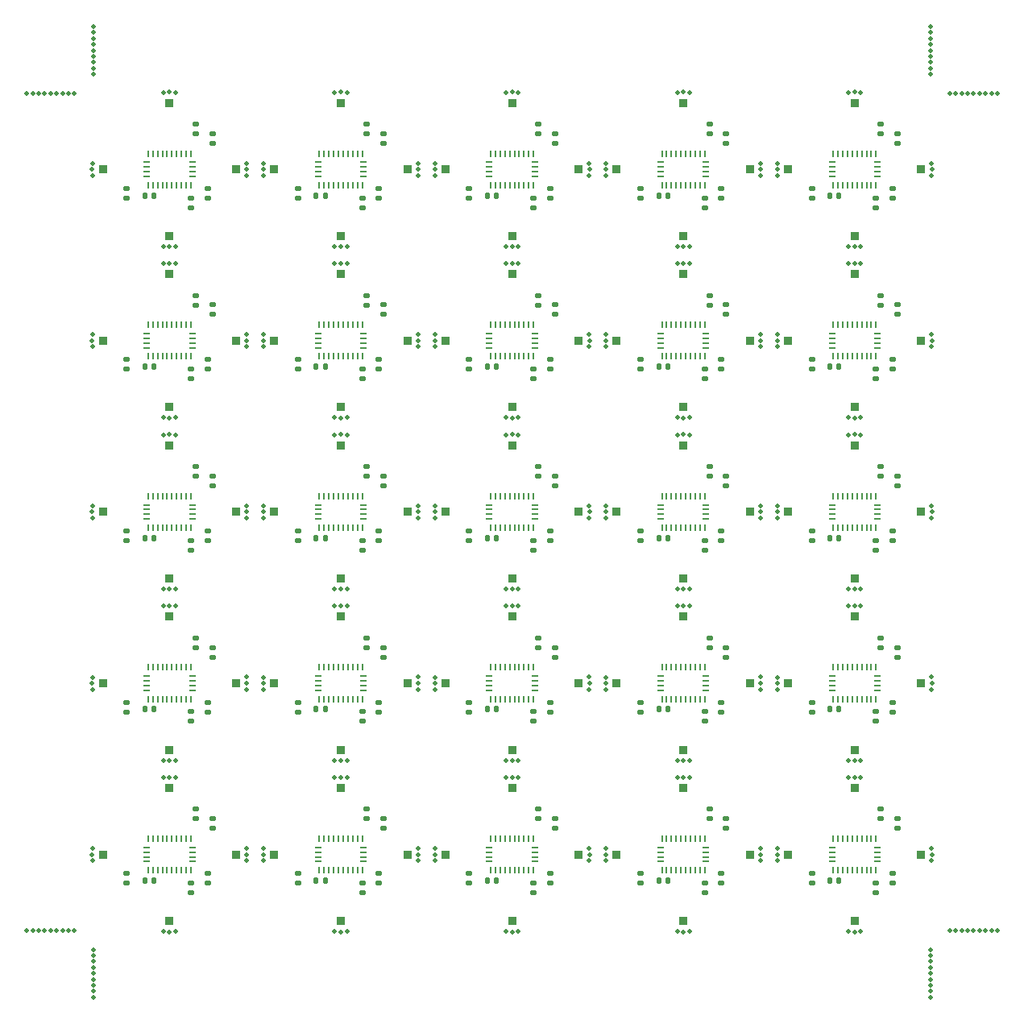
<source format=gts>
%TF.GenerationSoftware,KiCad,Pcbnew,7.0.5-1.fc38*%
%TF.CreationDate,2023-07-07T14:20:18-04:00*%
%TF.ProjectId,bno085-i2c-board-v3-large-panel,626e6f30-3835-42d6-9932-632d626f6172,rev?*%
%TF.SameCoordinates,Original*%
%TF.FileFunction,Soldermask,Top*%
%TF.FilePolarity,Negative*%
%FSLAX46Y46*%
G04 Gerber Fmt 4.6, Leading zero omitted, Abs format (unit mm)*
G04 Created by KiCad (PCBNEW 7.0.5-1.fc38) date 2023-07-07 14:20:18*
%MOMM*%
%LPD*%
G01*
G04 APERTURE LIST*
G04 Aperture macros list*
%AMRoundRect*
0 Rectangle with rounded corners*
0 $1 Rounding radius*
0 $2 $3 $4 $5 $6 $7 $8 $9 X,Y pos of 4 corners*
0 Add a 4 corners polygon primitive as box body*
4,1,4,$2,$3,$4,$5,$6,$7,$8,$9,$2,$3,0*
0 Add four circle primitives for the rounded corners*
1,1,$1+$1,$2,$3*
1,1,$1+$1,$4,$5*
1,1,$1+$1,$6,$7*
1,1,$1+$1,$8,$9*
0 Add four rect primitives between the rounded corners*
20,1,$1+$1,$2,$3,$4,$5,0*
20,1,$1+$1,$4,$5,$6,$7,0*
20,1,$1+$1,$6,$7,$8,$9,0*
20,1,$1+$1,$8,$9,$2,$3,0*%
G04 Aperture macros list end*
%ADD10RoundRect,0.135000X0.185000X-0.135000X0.185000X0.135000X-0.185000X0.135000X-0.185000X-0.135000X0*%
%ADD11RoundRect,0.135000X-0.185000X0.135000X-0.185000X-0.135000X0.185000X-0.135000X0.185000X0.135000X0*%
%ADD12C,0.500000*%
%ADD13R,0.850000X0.850000*%
%ADD14R,0.254000X0.675000*%
%ADD15R,0.675000X0.254000*%
%ADD16RoundRect,0.140000X0.140000X0.170000X-0.140000X0.170000X-0.140000X-0.170000X0.140000X-0.170000X0*%
G04 APERTURE END LIST*
D10*
%TO.C,R1*%
X114748776Y-75009388D03*
X114748776Y-73989388D03*
%TD*%
D11*
%TO.C,R2*%
X188498776Y-72989388D03*
X188498776Y-74009388D03*
%TD*%
D12*
%TO.C,REF\u002A\u002A*%
X183865552Y-44901258D03*
%TD*%
%TO.C,REF\u002A\u002A*%
X130501684Y-62876288D03*
%TD*%
%TO.C,REF\u002A\u002A*%
X129865552Y-43097517D03*
%TD*%
%TO.C,REF\u002A\u002A*%
X111865553Y-98901258D03*
%TD*%
D13*
%TO.C,J2*%
X148498776Y-59999388D03*
%TD*%
D12*
%TO.C,REF\u002A\u002A*%
X156596275Y-107637058D03*
%TD*%
%TO.C,REF\u002A\u002A*%
X165865552Y-79097517D03*
%TD*%
%TO.C,REF\u002A\u002A*%
X101251224Y-114998775D03*
%TD*%
%TO.C,REF\u002A\u002A*%
X147865552Y-43097517D03*
%TD*%
%TO.C,REF\u002A\u002A*%
X130501685Y-43122525D03*
%TD*%
D10*
%TO.C,R4*%
X187248776Y-103259388D03*
X187248776Y-102239388D03*
%TD*%
D12*
%TO.C,REF\u002A\u002A*%
X166501684Y-79122487D03*
%TD*%
D13*
%TO.C,J4*%
X137498776Y-88999388D03*
%TD*%
%TO.C,J1*%
X112498776Y-99999388D03*
%TD*%
D11*
%TO.C,R2*%
X152498776Y-108989388D03*
X152498776Y-110009388D03*
%TD*%
D10*
%TO.C,R3*%
X125998776Y-74009388D03*
X125998776Y-72989388D03*
%TD*%
D12*
%TO.C,REF\u002A\u002A*%
X104399603Y-70363107D03*
%TD*%
%TO.C,REF\u002A\u002A*%
X148501684Y-61122487D03*
%TD*%
%TO.C,REF\u002A\u002A*%
X111865553Y-44901258D03*
%TD*%
%TO.C,REF\u002A\u002A*%
X194498776Y-114998775D03*
%TD*%
%TO.C,REF\u002A\u002A*%
X120623662Y-34999387D03*
%TD*%
D14*
%TO.C,U1*%
X128248776Y-51336888D03*
D15*
X128111276Y-52249388D03*
X128111276Y-52749388D03*
X128111276Y-53249388D03*
X128111276Y-53749388D03*
D14*
X128248776Y-54661888D03*
X128748776Y-54661888D03*
X129248776Y-54661888D03*
X129748776Y-54661888D03*
X130248776Y-54661888D03*
X130748776Y-54661888D03*
X131248776Y-54661888D03*
X131748776Y-54661888D03*
X132248776Y-54661888D03*
X132748776Y-54661888D03*
D15*
X132886276Y-53749388D03*
X132886276Y-53249388D03*
X132886276Y-52749388D03*
X132886276Y-52249388D03*
D14*
X132748776Y-51336888D03*
X132248776Y-51336888D03*
X131748776Y-51336888D03*
X131248776Y-51336888D03*
X130748776Y-51336888D03*
X130248776Y-51336888D03*
X129748776Y-51336888D03*
X129248776Y-51336888D03*
X128748776Y-51336888D03*
%TD*%
D12*
%TO.C,REF\u002A\u002A*%
X131137922Y-98900855D03*
%TD*%
%TO.C,REF\u002A\u002A*%
X138596275Y-70361717D03*
%TD*%
D13*
%TO.C,J1*%
X130498776Y-27999388D03*
%TD*%
D12*
%TO.C,REF\u002A\u002A*%
X129865552Y-26901259D03*
%TD*%
%TO.C,REF\u002A\u002A*%
X122399464Y-71635681D03*
%TD*%
%TO.C,REF\u002A\u002A*%
X111865553Y-115097517D03*
%TD*%
%TO.C,REF\u002A\u002A*%
X176399602Y-34363108D03*
%TD*%
D10*
%TO.C,R3*%
X107998776Y-74009388D03*
X107998776Y-72989388D03*
%TD*%
D13*
%TO.C,J2*%
X130498776Y-113999388D03*
%TD*%
D12*
%TO.C,REF\u002A\u002A*%
X174596275Y-88361717D03*
%TD*%
D11*
%TO.C,R5*%
X116998776Y-31239388D03*
X116998776Y-32259388D03*
%TD*%
D12*
%TO.C,REF\u002A\u002A*%
X183865552Y-43097517D03*
%TD*%
D13*
%TO.C,J2*%
X112498776Y-59999388D03*
%TD*%
D14*
%TO.C,U1*%
X110248776Y-51336888D03*
D15*
X110111276Y-52249388D03*
X110111276Y-52749388D03*
X110111276Y-53249388D03*
X110111276Y-53749388D03*
D14*
X110248776Y-54661888D03*
X110748776Y-54661888D03*
X111248776Y-54661888D03*
X111748776Y-54661888D03*
X112248776Y-54661888D03*
X112748776Y-54661888D03*
X113248776Y-54661888D03*
X113748776Y-54661888D03*
X114248776Y-54661888D03*
X114748776Y-54661888D03*
D15*
X114886276Y-53749388D03*
X114886276Y-53249388D03*
X114886276Y-52749388D03*
X114886276Y-52249388D03*
D14*
X114748776Y-51336888D03*
X114248776Y-51336888D03*
X113748776Y-51336888D03*
X113248776Y-51336888D03*
X112748776Y-51336888D03*
X112248776Y-51336888D03*
X111748776Y-51336888D03*
X111248776Y-51336888D03*
X110748776Y-51336888D03*
%TD*%
D13*
%TO.C,J2*%
X166498776Y-113999388D03*
%TD*%
D12*
%TO.C,REF\u002A\u002A*%
X147865552Y-80901258D03*
%TD*%
%TO.C,REF\u002A\u002A*%
X122376223Y-34999388D03*
%TD*%
%TO.C,REF\u002A\u002A*%
X140376223Y-106999387D03*
%TD*%
D11*
%TO.C,R2*%
X134498776Y-90989388D03*
X134498776Y-92009388D03*
%TD*%
D16*
%TO.C,C1*%
X128866014Y-37745835D03*
X127906014Y-37745835D03*
%TD*%
D12*
%TO.C,REF\u002A\u002A*%
X129865552Y-44901258D03*
%TD*%
%TO.C,REF\u002A\u002A*%
X185137920Y-43097897D03*
%TD*%
D10*
%TO.C,R4*%
X169248776Y-85259388D03*
X169248776Y-84239388D03*
%TD*%
D12*
%TO.C,REF\u002A\u002A*%
X104501224Y-119498776D03*
%TD*%
D10*
%TO.C,R1*%
X132748776Y-39009388D03*
X132748776Y-37989388D03*
%TD*%
%TO.C,R3*%
X161998776Y-56009388D03*
X161998776Y-54989388D03*
%TD*%
D11*
%TO.C,R5*%
X188998776Y-67239388D03*
X188998776Y-68259388D03*
%TD*%
D10*
%TO.C,R1*%
X114748776Y-93009388D03*
X114748776Y-91989388D03*
%TD*%
%TO.C,R3*%
X179998776Y-110009388D03*
X179998776Y-108989388D03*
%TD*%
D12*
%TO.C,REF\u002A\u002A*%
X140399602Y-34363108D03*
%TD*%
%TO.C,REF\u002A\u002A*%
X156623662Y-106999386D03*
%TD*%
D13*
%TO.C,J1*%
X166498776Y-99999388D03*
%TD*%
D12*
%TO.C,REF\u002A\u002A*%
X149137922Y-44900855D03*
%TD*%
%TO.C,REF\u002A\u002A*%
X120596275Y-52361717D03*
%TD*%
D13*
%TO.C,J4*%
X191498776Y-70999388D03*
%TD*%
D12*
%TO.C,REF\u002A\u002A*%
X198248776Y-114998775D03*
%TD*%
D13*
%TO.C,J3*%
X177498776Y-52999388D03*
%TD*%
D16*
%TO.C,C1*%
X182866014Y-73745835D03*
X181906014Y-73745835D03*
%TD*%
%TO.C,C1*%
X128866014Y-109745835D03*
X127906014Y-109745835D03*
%TD*%
D12*
%TO.C,REF\u002A\u002A*%
X113137922Y-26900856D03*
%TD*%
D11*
%TO.C,R5*%
X170998776Y-85239388D03*
X170998776Y-86259388D03*
%TD*%
D12*
%TO.C,REF\u002A\u002A*%
X104376299Y-70999387D03*
%TD*%
%TO.C,REF\u002A\u002A*%
X185137920Y-115097897D03*
%TD*%
%TO.C,REF\u002A\u002A*%
X131137920Y-43097897D03*
%TD*%
%TO.C,REF\u002A\u002A*%
X129865552Y-79097517D03*
%TD*%
%TO.C,REF\u002A\u002A*%
X183865552Y-80901258D03*
%TD*%
D11*
%TO.C,R2*%
X116498776Y-108989388D03*
X116498776Y-110009388D03*
%TD*%
D12*
%TO.C,REF\u002A\u002A*%
X101251224Y-27000000D03*
%TD*%
%TO.C,REF\u002A\u002A*%
X192596275Y-71637058D03*
%TD*%
%TO.C,REF\u002A\u002A*%
X104399603Y-34363108D03*
%TD*%
%TO.C,REF\u002A\u002A*%
X140399464Y-53635681D03*
%TD*%
D13*
%TO.C,J2*%
X148498776Y-95999388D03*
%TD*%
D12*
%TO.C,REF\u002A\u002A*%
X185137920Y-26900879D03*
%TD*%
%TO.C,REF\u002A\u002A*%
X140399464Y-107635681D03*
%TD*%
D13*
%TO.C,J2*%
X148498776Y-77999388D03*
%TD*%
%TO.C,J3*%
X141498776Y-34999388D03*
%TD*%
D14*
%TO.C,U1*%
X164248776Y-105336888D03*
D15*
X164111276Y-106249388D03*
X164111276Y-106749388D03*
X164111276Y-107249388D03*
X164111276Y-107749388D03*
D14*
X164248776Y-108661888D03*
X164748776Y-108661888D03*
X165248776Y-108661888D03*
X165748776Y-108661888D03*
X166248776Y-108661888D03*
X166748776Y-108661888D03*
X167248776Y-108661888D03*
X167748776Y-108661888D03*
X168248776Y-108661888D03*
X168748776Y-108661888D03*
D15*
X168886276Y-107749388D03*
X168886276Y-107249388D03*
X168886276Y-106749388D03*
X168886276Y-106249388D03*
D14*
X168748776Y-105336888D03*
X168248776Y-105336888D03*
X167748776Y-105336888D03*
X167248776Y-105336888D03*
X166748776Y-105336888D03*
X166248776Y-105336888D03*
X165748776Y-105336888D03*
X165248776Y-105336888D03*
X164748776Y-105336888D03*
%TD*%
D12*
%TO.C,REF\u002A\u002A*%
X192498775Y-120123776D03*
%TD*%
D11*
%TO.C,R2*%
X134498776Y-72989388D03*
X134498776Y-74009388D03*
%TD*%
D10*
%TO.C,R4*%
X169248776Y-31259388D03*
X169248776Y-30239388D03*
%TD*%
D12*
%TO.C,REF\u002A\u002A*%
X185137922Y-62900855D03*
%TD*%
D10*
%TO.C,R4*%
X187248776Y-67259388D03*
X187248776Y-66239388D03*
%TD*%
D12*
%TO.C,REF\u002A\u002A*%
X156596275Y-52361717D03*
%TD*%
D13*
%TO.C,J1*%
X130498776Y-45999388D03*
%TD*%
D10*
%TO.C,R3*%
X161998776Y-38009388D03*
X161998776Y-36989388D03*
%TD*%
D12*
%TO.C,REF\u002A\u002A*%
X156596275Y-88361717D03*
%TD*%
%TO.C,REF\u002A\u002A*%
X131137922Y-44900855D03*
%TD*%
%TO.C,REF\u002A\u002A*%
X192596275Y-89637058D03*
%TD*%
D14*
%TO.C,U1*%
X164248776Y-33336888D03*
D15*
X164111276Y-34249388D03*
X164111276Y-34749388D03*
X164111276Y-35249388D03*
X164111276Y-35749388D03*
D14*
X164248776Y-36661888D03*
X164748776Y-36661888D03*
X165248776Y-36661888D03*
X165748776Y-36661888D03*
X166248776Y-36661888D03*
X166748776Y-36661888D03*
X167248776Y-36661888D03*
X167748776Y-36661888D03*
X168248776Y-36661888D03*
X168748776Y-36661888D03*
D15*
X168886276Y-35749388D03*
X168886276Y-35249388D03*
X168886276Y-34749388D03*
X168886276Y-34249388D03*
D14*
X168748776Y-33336888D03*
X168248776Y-33336888D03*
X167748776Y-33336888D03*
X167248776Y-33336888D03*
X166748776Y-33336888D03*
X166248776Y-33336888D03*
X165748776Y-33336888D03*
X165248776Y-33336888D03*
X164748776Y-33336888D03*
%TD*%
D12*
%TO.C,REF\u002A\u002A*%
X97501224Y-27000000D03*
%TD*%
%TO.C,REF\u002A\u002A*%
X174623662Y-106999386D03*
%TD*%
%TO.C,REF\u002A\u002A*%
X140399602Y-106363107D03*
%TD*%
%TO.C,REF\u002A\u002A*%
X165865552Y-115097517D03*
%TD*%
D10*
%TO.C,R1*%
X168748776Y-39009388D03*
X168748776Y-37989388D03*
%TD*%
D12*
%TO.C,REF\u002A\u002A*%
X148501684Y-97122487D03*
%TD*%
D11*
%TO.C,R2*%
X170498776Y-90989388D03*
X170498776Y-92009388D03*
%TD*%
D10*
%TO.C,R4*%
X115248776Y-67259388D03*
X115248776Y-66239388D03*
%TD*%
D12*
%TO.C,REF\u002A\u002A*%
X130501684Y-80876288D03*
%TD*%
%TO.C,REF\u002A\u002A*%
X174623662Y-88999386D03*
%TD*%
%TO.C,REF\u002A\u002A*%
X183865552Y-62901258D03*
%TD*%
D13*
%TO.C,J3*%
X159498776Y-52999388D03*
%TD*%
D12*
%TO.C,REF\u002A\u002A*%
X140399602Y-52363107D03*
%TD*%
D10*
%TO.C,R1*%
X186748776Y-111009388D03*
X186748776Y-109989388D03*
%TD*%
D16*
%TO.C,C1*%
X128866014Y-73745835D03*
X127906014Y-73745835D03*
%TD*%
D12*
%TO.C,REF\u002A\u002A*%
X158399464Y-89635681D03*
%TD*%
%TO.C,REF\u002A\u002A*%
X198873776Y-27000000D03*
%TD*%
%TO.C,REF\u002A\u002A*%
X122399602Y-70363107D03*
%TD*%
%TO.C,REF\u002A\u002A*%
X138596275Y-52361717D03*
%TD*%
D11*
%TO.C,R5*%
X134998776Y-49239388D03*
X134998776Y-50259388D03*
%TD*%
D13*
%TO.C,J4*%
X173498776Y-70999388D03*
%TD*%
D12*
%TO.C,REF\u002A\u002A*%
X198873776Y-114998775D03*
%TD*%
%TO.C,REF\u002A\u002A*%
X165865552Y-43097517D03*
%TD*%
%TO.C,REF\u002A\u002A*%
X122376223Y-52999387D03*
%TD*%
%TO.C,REF\u002A\u002A*%
X156623662Y-70999386D03*
%TD*%
%TO.C,REF\u002A\u002A*%
X147865552Y-97097517D03*
%TD*%
D13*
%TO.C,J1*%
X112498776Y-27999388D03*
%TD*%
D12*
%TO.C,REF\u002A\u002A*%
X138623662Y-70999386D03*
%TD*%
%TO.C,REF\u002A\u002A*%
X156596275Y-71637058D03*
%TD*%
D11*
%TO.C,R2*%
X188498776Y-108989388D03*
X188498776Y-110009388D03*
%TD*%
D16*
%TO.C,C1*%
X164866014Y-91745835D03*
X163906014Y-91745835D03*
%TD*%
D10*
%TO.C,R1*%
X186748776Y-57009388D03*
X186748776Y-55989388D03*
%TD*%
D11*
%TO.C,R5*%
X116998776Y-67239388D03*
X116998776Y-68259388D03*
%TD*%
D12*
%TO.C,REF\u002A\u002A*%
X111865553Y-80901258D03*
%TD*%
D10*
%TO.C,R1*%
X168748776Y-57009388D03*
X168748776Y-55989388D03*
%TD*%
D12*
%TO.C,REF\u002A\u002A*%
X104501224Y-25000000D03*
%TD*%
%TO.C,REF\u002A\u002A*%
X167137922Y-98900855D03*
%TD*%
D14*
%TO.C,U1*%
X164248776Y-69336888D03*
D15*
X164111276Y-70249388D03*
X164111276Y-70749388D03*
X164111276Y-71249388D03*
X164111276Y-71749388D03*
D14*
X164248776Y-72661888D03*
X164748776Y-72661888D03*
X165248776Y-72661888D03*
X165748776Y-72661888D03*
X166248776Y-72661888D03*
X166748776Y-72661888D03*
X167248776Y-72661888D03*
X167748776Y-72661888D03*
X168248776Y-72661888D03*
X168748776Y-72661888D03*
D15*
X168886276Y-71749388D03*
X168886276Y-71249388D03*
X168886276Y-70749388D03*
X168886276Y-70249388D03*
D14*
X168748776Y-69336888D03*
X168248776Y-69336888D03*
X167748776Y-69336888D03*
X167248776Y-69336888D03*
X166748776Y-69336888D03*
X166248776Y-69336888D03*
X165748776Y-69336888D03*
X165248776Y-69336888D03*
X164748776Y-69336888D03*
%TD*%
D12*
%TO.C,REF\u002A\u002A*%
X165865552Y-44901258D03*
%TD*%
D11*
%TO.C,R5*%
X116998776Y-103239388D03*
X116998776Y-104259388D03*
%TD*%
D10*
%TO.C,R1*%
X114748776Y-111009388D03*
X114748776Y-109989388D03*
%TD*%
D12*
%TO.C,REF\u002A\u002A*%
X167137920Y-115097897D03*
%TD*%
%TO.C,REF\u002A\u002A*%
X165865552Y-26901259D03*
%TD*%
%TO.C,REF\u002A\u002A*%
X158376298Y-34999388D03*
%TD*%
%TO.C,REF\u002A\u002A*%
X166501684Y-61122487D03*
%TD*%
D10*
%TO.C,R1*%
X168748776Y-111009388D03*
X168748776Y-109989388D03*
%TD*%
D12*
%TO.C,REF\u002A\u002A*%
X149137920Y-43097897D03*
%TD*%
%TO.C,REF\u002A\u002A*%
X147865552Y-79097517D03*
%TD*%
%TO.C,REF\u002A\u002A*%
X140399464Y-89635681D03*
%TD*%
D13*
%TO.C,J3*%
X123498776Y-52999388D03*
%TD*%
%TO.C,J3*%
X141498776Y-106999388D03*
%TD*%
D12*
%TO.C,REF\u002A\u002A*%
X196998776Y-114998775D03*
%TD*%
%TO.C,REF\u002A\u002A*%
X192498775Y-22500000D03*
%TD*%
D11*
%TO.C,R2*%
X188498776Y-36989388D03*
X188498776Y-38009388D03*
%TD*%
D10*
%TO.C,R3*%
X143998776Y-74009388D03*
X143998776Y-72989388D03*
%TD*%
D12*
%TO.C,REF\u002A\u002A*%
X192596275Y-52361717D03*
%TD*%
D13*
%TO.C,J2*%
X130498776Y-77999388D03*
%TD*%
D12*
%TO.C,REF\u002A\u002A*%
X104399603Y-106363107D03*
%TD*%
%TO.C,REF\u002A\u002A*%
X122399464Y-89635681D03*
%TD*%
%TO.C,REF\u002A\u002A*%
X174623662Y-52999386D03*
%TD*%
%TO.C,REF\u002A\u002A*%
X130501684Y-98876288D03*
%TD*%
D11*
%TO.C,R2*%
X116498776Y-72989388D03*
X116498776Y-74009388D03*
%TD*%
D12*
%TO.C,REF\u002A\u002A*%
X167137922Y-44900855D03*
%TD*%
D13*
%TO.C,J4*%
X173498776Y-88999388D03*
%TD*%
D12*
%TO.C,REF\u002A\u002A*%
X104501224Y-22500000D03*
%TD*%
%TO.C,REF\u002A\u002A*%
X192623662Y-70999386D03*
%TD*%
%TO.C,REF\u002A\u002A*%
X129865552Y-61097517D03*
%TD*%
D13*
%TO.C,J3*%
X123498776Y-106999388D03*
%TD*%
D12*
%TO.C,REF\u002A\u002A*%
X174623662Y-70999386D03*
%TD*%
%TO.C,REF\u002A\u002A*%
X176399464Y-107635681D03*
%TD*%
%TO.C,REF\u002A\u002A*%
X156596275Y-106361717D03*
%TD*%
%TO.C,REF\u002A\u002A*%
X167137922Y-26900856D03*
%TD*%
D10*
%TO.C,R1*%
X186748776Y-75009388D03*
X186748776Y-73989388D03*
%TD*%
D14*
%TO.C,U1*%
X146248776Y-51336888D03*
D15*
X146111276Y-52249388D03*
X146111276Y-52749388D03*
X146111276Y-53249388D03*
X146111276Y-53749388D03*
D14*
X146248776Y-54661888D03*
X146748776Y-54661888D03*
X147248776Y-54661888D03*
X147748776Y-54661888D03*
X148248776Y-54661888D03*
X148748776Y-54661888D03*
X149248776Y-54661888D03*
X149748776Y-54661888D03*
X150248776Y-54661888D03*
X150748776Y-54661888D03*
D15*
X150886276Y-53749388D03*
X150886276Y-53249388D03*
X150886276Y-52749388D03*
X150886276Y-52249388D03*
D14*
X150748776Y-51336888D03*
X150248776Y-51336888D03*
X149748776Y-51336888D03*
X149248776Y-51336888D03*
X148748776Y-51336888D03*
X148248776Y-51336888D03*
X147748776Y-51336888D03*
X147248776Y-51336888D03*
X146748776Y-51336888D03*
%TD*%
D13*
%TO.C,J2*%
X184498776Y-113999388D03*
%TD*%
D12*
%TO.C,REF\u002A\u002A*%
X112501685Y-115122525D03*
%TD*%
D13*
%TO.C,J4*%
X137498776Y-70999388D03*
%TD*%
D12*
%TO.C,REF\u002A\u002A*%
X192498775Y-25000000D03*
%TD*%
D10*
%TO.C,R4*%
X133248776Y-85259388D03*
X133248776Y-84239388D03*
%TD*%
D13*
%TO.C,J3*%
X141498776Y-70999388D03*
%TD*%
D12*
%TO.C,REF\u002A\u002A*%
X176399602Y-88363107D03*
%TD*%
%TO.C,REF\u002A\u002A*%
X147865552Y-44901258D03*
%TD*%
%TO.C,REF\u002A\u002A*%
X99376224Y-27000000D03*
%TD*%
D10*
%TO.C,R1*%
X186748776Y-93009388D03*
X186748776Y-91989388D03*
%TD*%
%TO.C,R4*%
X133248776Y-31259388D03*
X133248776Y-30239388D03*
%TD*%
D12*
%TO.C,REF\u002A\u002A*%
X130501684Y-97122487D03*
%TD*%
D13*
%TO.C,J2*%
X148498776Y-113999388D03*
%TD*%
D12*
%TO.C,REF\u002A\u002A*%
X192623662Y-106999386D03*
%TD*%
%TO.C,REF\u002A\u002A*%
X165865552Y-97097517D03*
%TD*%
D10*
%TO.C,R4*%
X151248776Y-31259388D03*
X151248776Y-30239388D03*
%TD*%
D12*
%TO.C,REF\u002A\u002A*%
X183865552Y-115097517D03*
%TD*%
D13*
%TO.C,J3*%
X141498776Y-88999388D03*
%TD*%
D12*
%TO.C,REF\u002A\u002A*%
X176399464Y-35635681D03*
%TD*%
D14*
%TO.C,U1*%
X146248776Y-105336888D03*
D15*
X146111276Y-106249388D03*
X146111276Y-106749388D03*
X146111276Y-107249388D03*
X146111276Y-107749388D03*
D14*
X146248776Y-108661888D03*
X146748776Y-108661888D03*
X147248776Y-108661888D03*
X147748776Y-108661888D03*
X148248776Y-108661888D03*
X148748776Y-108661888D03*
X149248776Y-108661888D03*
X149748776Y-108661888D03*
X150248776Y-108661888D03*
X150748776Y-108661888D03*
D15*
X150886276Y-107749388D03*
X150886276Y-107249388D03*
X150886276Y-106749388D03*
X150886276Y-106249388D03*
D14*
X150748776Y-105336888D03*
X150248776Y-105336888D03*
X149748776Y-105336888D03*
X149248776Y-105336888D03*
X148748776Y-105336888D03*
X148248776Y-105336888D03*
X147748776Y-105336888D03*
X147248776Y-105336888D03*
X146748776Y-105336888D03*
%TD*%
D13*
%TO.C,J2*%
X184498776Y-95999388D03*
%TD*%
D12*
%TO.C,REF\u002A\u002A*%
X112501684Y-98876288D03*
%TD*%
D16*
%TO.C,C1*%
X146866014Y-73745835D03*
X145906014Y-73745835D03*
%TD*%
D10*
%TO.C,R4*%
X151248776Y-67259388D03*
X151248776Y-66239388D03*
%TD*%
%TO.C,R3*%
X107998776Y-110009388D03*
X107998776Y-108989388D03*
%TD*%
%TO.C,R3*%
X179998776Y-74009388D03*
X179998776Y-72989388D03*
%TD*%
D13*
%TO.C,J4*%
X155498776Y-52999388D03*
%TD*%
D12*
%TO.C,REF\u002A\u002A*%
X129865552Y-62901258D03*
%TD*%
%TO.C,REF\u002A\u002A*%
X166501685Y-43122525D03*
%TD*%
%TO.C,REF\u002A\u002A*%
X120596275Y-107637058D03*
%TD*%
%TO.C,REF\u002A\u002A*%
X192498775Y-20000000D03*
%TD*%
D10*
%TO.C,R4*%
X115248776Y-85259388D03*
X115248776Y-84239388D03*
%TD*%
D12*
%TO.C,REF\u002A\u002A*%
X183865552Y-26901259D03*
%TD*%
%TO.C,REF\u002A\u002A*%
X112501684Y-97122487D03*
%TD*%
%TO.C,REF\u002A\u002A*%
X158399464Y-35635681D03*
%TD*%
D10*
%TO.C,R1*%
X132748776Y-93009388D03*
X132748776Y-91989388D03*
%TD*%
%TO.C,R1*%
X168748776Y-75009388D03*
X168748776Y-73989388D03*
%TD*%
D12*
%TO.C,REF\u002A\u002A*%
X120596275Y-71637058D03*
%TD*%
D10*
%TO.C,R4*%
X151248776Y-49259388D03*
X151248776Y-48239388D03*
%TD*%
D13*
%TO.C,J1*%
X166498776Y-27999388D03*
%TD*%
%TO.C,J2*%
X166498776Y-41999388D03*
%TD*%
D14*
%TO.C,U1*%
X110248776Y-33336888D03*
D15*
X110111276Y-34249388D03*
X110111276Y-34749388D03*
X110111276Y-35249388D03*
X110111276Y-35749388D03*
D14*
X110248776Y-36661888D03*
X110748776Y-36661888D03*
X111248776Y-36661888D03*
X111748776Y-36661888D03*
X112248776Y-36661888D03*
X112748776Y-36661888D03*
X113248776Y-36661888D03*
X113748776Y-36661888D03*
X114248776Y-36661888D03*
X114748776Y-36661888D03*
D15*
X114886276Y-35749388D03*
X114886276Y-35249388D03*
X114886276Y-34749388D03*
X114886276Y-34249388D03*
D14*
X114748776Y-33336888D03*
X114248776Y-33336888D03*
X113748776Y-33336888D03*
X113248776Y-33336888D03*
X112748776Y-33336888D03*
X112248776Y-33336888D03*
X111748776Y-33336888D03*
X111248776Y-33336888D03*
X110748776Y-33336888D03*
%TD*%
D12*
%TO.C,REF\u002A\u002A*%
X176376298Y-106999387D03*
%TD*%
D11*
%TO.C,R2*%
X170498776Y-72989388D03*
X170498776Y-74009388D03*
%TD*%
D10*
%TO.C,R1*%
X186748776Y-39009388D03*
X186748776Y-37989388D03*
%TD*%
D12*
%TO.C,REF\u002A\u002A*%
X120623662Y-52999386D03*
%TD*%
D11*
%TO.C,R2*%
X152498776Y-72989388D03*
X152498776Y-74009388D03*
%TD*%
%TO.C,R5*%
X170998776Y-67239388D03*
X170998776Y-68259388D03*
%TD*%
D12*
%TO.C,REF\u002A\u002A*%
X174596275Y-34361718D03*
%TD*%
%TO.C,REF\u002A\u002A*%
X167137920Y-43097897D03*
%TD*%
%TO.C,REF\u002A\u002A*%
X113137920Y-115097897D03*
%TD*%
D14*
%TO.C,U1*%
X182248776Y-51336888D03*
D15*
X182111276Y-52249388D03*
X182111276Y-52749388D03*
X182111276Y-53249388D03*
X182111276Y-53749388D03*
D14*
X182248776Y-54661888D03*
X182748776Y-54661888D03*
X183248776Y-54661888D03*
X183748776Y-54661888D03*
X184248776Y-54661888D03*
X184748776Y-54661888D03*
X185248776Y-54661888D03*
X185748776Y-54661888D03*
X186248776Y-54661888D03*
X186748776Y-54661888D03*
D15*
X186886276Y-53749388D03*
X186886276Y-53249388D03*
X186886276Y-52749388D03*
X186886276Y-52249388D03*
D14*
X186748776Y-51336888D03*
X186248776Y-51336888D03*
X185748776Y-51336888D03*
X185248776Y-51336888D03*
X184748776Y-51336888D03*
X184248776Y-51336888D03*
X183748776Y-51336888D03*
X183248776Y-51336888D03*
X182748776Y-51336888D03*
%TD*%
D12*
%TO.C,REF\u002A\u002A*%
X111865553Y-79097517D03*
%TD*%
D13*
%TO.C,J4*%
X191498776Y-52999388D03*
%TD*%
D12*
%TO.C,REF\u002A\u002A*%
X192623662Y-52999386D03*
%TD*%
D16*
%TO.C,C1*%
X164866014Y-73745835D03*
X163906014Y-73745835D03*
%TD*%
D12*
%TO.C,REF\u002A\u002A*%
X99376224Y-114998775D03*
%TD*%
D10*
%TO.C,R1*%
X150748776Y-75009388D03*
X150748776Y-73989388D03*
%TD*%
D12*
%TO.C,REF\u002A\u002A*%
X104399603Y-52363107D03*
%TD*%
D10*
%TO.C,R1*%
X132748776Y-75009388D03*
X132748776Y-73989388D03*
%TD*%
D12*
%TO.C,REF\u002A\u002A*%
X196373776Y-114998775D03*
%TD*%
%TO.C,REF\u002A\u002A*%
X122399464Y-35635681D03*
%TD*%
%TO.C,REF\u002A\u002A*%
X148501685Y-43122525D03*
%TD*%
D10*
%TO.C,R1*%
X114748776Y-57009388D03*
X114748776Y-55989388D03*
%TD*%
D12*
%TO.C,REF\u002A\u002A*%
X174596275Y-106361717D03*
%TD*%
%TO.C,REF\u002A\u002A*%
X185137922Y-61097920D03*
%TD*%
%TO.C,REF\u002A\u002A*%
X104501224Y-118248776D03*
%TD*%
D14*
%TO.C,U1*%
X146248776Y-69336888D03*
D15*
X146111276Y-70249388D03*
X146111276Y-70749388D03*
X146111276Y-71249388D03*
X146111276Y-71749388D03*
D14*
X146248776Y-72661888D03*
X146748776Y-72661888D03*
X147248776Y-72661888D03*
X147748776Y-72661888D03*
X148248776Y-72661888D03*
X148748776Y-72661888D03*
X149248776Y-72661888D03*
X149748776Y-72661888D03*
X150248776Y-72661888D03*
X150748776Y-72661888D03*
D15*
X150886276Y-71749388D03*
X150886276Y-71249388D03*
X150886276Y-70749388D03*
X150886276Y-70249388D03*
D14*
X150748776Y-69336888D03*
X150248776Y-69336888D03*
X149748776Y-69336888D03*
X149248776Y-69336888D03*
X148748776Y-69336888D03*
X148248776Y-69336888D03*
X147748776Y-69336888D03*
X147248776Y-69336888D03*
X146748776Y-69336888D03*
%TD*%
D13*
%TO.C,J3*%
X123498776Y-88999388D03*
%TD*%
D12*
%TO.C,REF\u002A\u002A*%
X149137922Y-98900855D03*
%TD*%
%TO.C,REF\u002A\u002A*%
X158399464Y-71635681D03*
%TD*%
%TO.C,REF\u002A\u002A*%
X167137922Y-62900855D03*
%TD*%
%TO.C,REF\u002A\u002A*%
X138623662Y-52999386D03*
%TD*%
%TO.C,REF\u002A\u002A*%
X158376298Y-88999387D03*
%TD*%
%TO.C,REF\u002A\u002A*%
X192623662Y-34999387D03*
%TD*%
%TO.C,REF\u002A\u002A*%
X165865552Y-98901258D03*
%TD*%
D13*
%TO.C,J4*%
X173498776Y-34999388D03*
%TD*%
D11*
%TO.C,R2*%
X170498776Y-54989388D03*
X170498776Y-56009388D03*
%TD*%
D14*
%TO.C,U1*%
X128248776Y-105336888D03*
D15*
X128111276Y-106249388D03*
X128111276Y-106749388D03*
X128111276Y-107249388D03*
X128111276Y-107749388D03*
D14*
X128248776Y-108661888D03*
X128748776Y-108661888D03*
X129248776Y-108661888D03*
X129748776Y-108661888D03*
X130248776Y-108661888D03*
X130748776Y-108661888D03*
X131248776Y-108661888D03*
X131748776Y-108661888D03*
X132248776Y-108661888D03*
X132748776Y-108661888D03*
D15*
X132886276Y-107749388D03*
X132886276Y-107249388D03*
X132886276Y-106749388D03*
X132886276Y-106249388D03*
D14*
X132748776Y-105336888D03*
X132248776Y-105336888D03*
X131748776Y-105336888D03*
X131248776Y-105336888D03*
X130748776Y-105336888D03*
X130248776Y-105336888D03*
X129748776Y-105336888D03*
X129248776Y-105336888D03*
X128748776Y-105336888D03*
%TD*%
D12*
%TO.C,REF\u002A\u002A*%
X156623662Y-34999387D03*
%TD*%
%TO.C,REF\u002A\u002A*%
X129865552Y-98901258D03*
%TD*%
%TO.C,REF\u002A\u002A*%
X166501684Y-98876288D03*
%TD*%
D10*
%TO.C,R3*%
X179998776Y-92009388D03*
X179998776Y-90989388D03*
%TD*%
D12*
%TO.C,REF\u002A\u002A*%
X174596275Y-53637058D03*
%TD*%
%TO.C,REF\u002A\u002A*%
X131137922Y-80900855D03*
%TD*%
%TO.C,REF\u002A\u002A*%
X184501685Y-43122525D03*
%TD*%
%TO.C,REF\u002A\u002A*%
X104399465Y-71635681D03*
%TD*%
%TO.C,REF\u002A\u002A*%
X122399602Y-106363107D03*
%TD*%
%TO.C,REF\u002A\u002A*%
X104501224Y-120123776D03*
%TD*%
D11*
%TO.C,R2*%
X170498776Y-36989388D03*
X170498776Y-38009388D03*
%TD*%
D10*
%TO.C,R1*%
X150748776Y-57009388D03*
X150748776Y-55989388D03*
%TD*%
D12*
%TO.C,REF\u002A\u002A*%
X166501684Y-26876289D03*
%TD*%
D13*
%TO.C,J3*%
X105498776Y-34999388D03*
%TD*%
D16*
%TO.C,C1*%
X164866014Y-109745835D03*
X163906014Y-109745835D03*
%TD*%
D12*
%TO.C,REF\u002A\u002A*%
X184501684Y-80876288D03*
%TD*%
D10*
%TO.C,R4*%
X169248776Y-49259388D03*
X169248776Y-48239388D03*
%TD*%
D12*
%TO.C,REF\u002A\u002A*%
X111865553Y-61097517D03*
%TD*%
%TO.C,REF\u002A\u002A*%
X112501684Y-26876289D03*
%TD*%
D10*
%TO.C,R4*%
X187248776Y-31259388D03*
X187248776Y-30239388D03*
%TD*%
D12*
%TO.C,REF\u002A\u002A*%
X100001224Y-114998775D03*
%TD*%
%TO.C,REF\u002A\u002A*%
X184501684Y-62876288D03*
%TD*%
D13*
%TO.C,J1*%
X112498776Y-45999388D03*
%TD*%
D10*
%TO.C,R3*%
X125998776Y-92009388D03*
X125998776Y-90989388D03*
%TD*%
D13*
%TO.C,J3*%
X159498776Y-70999388D03*
%TD*%
D14*
%TO.C,U1*%
X182248776Y-33336888D03*
D15*
X182111276Y-34249388D03*
X182111276Y-34749388D03*
X182111276Y-35249388D03*
X182111276Y-35749388D03*
D14*
X182248776Y-36661888D03*
X182748776Y-36661888D03*
X183248776Y-36661888D03*
X183748776Y-36661888D03*
X184248776Y-36661888D03*
X184748776Y-36661888D03*
X185248776Y-36661888D03*
X185748776Y-36661888D03*
X186248776Y-36661888D03*
X186748776Y-36661888D03*
D15*
X186886276Y-35749388D03*
X186886276Y-35249388D03*
X186886276Y-34749388D03*
X186886276Y-34249388D03*
D14*
X186748776Y-33336888D03*
X186248776Y-33336888D03*
X185748776Y-33336888D03*
X185248776Y-33336888D03*
X184748776Y-33336888D03*
X184248776Y-33336888D03*
X183748776Y-33336888D03*
X183248776Y-33336888D03*
X182748776Y-33336888D03*
%TD*%
D12*
%TO.C,REF\u002A\u002A*%
X158399602Y-52363107D03*
%TD*%
D11*
%TO.C,R5*%
X152998776Y-31239388D03*
X152998776Y-32259388D03*
%TD*%
D12*
%TO.C,REF\u002A\u002A*%
X120623662Y-88999386D03*
%TD*%
D13*
%TO.C,J3*%
X141498776Y-52999388D03*
%TD*%
%TO.C,J3*%
X105498776Y-88999388D03*
%TD*%
D12*
%TO.C,REF\u002A\u002A*%
X185137922Y-80900855D03*
%TD*%
D10*
%TO.C,R3*%
X161998776Y-92009388D03*
X161998776Y-90989388D03*
%TD*%
D12*
%TO.C,REF\u002A\u002A*%
X130501684Y-26876289D03*
%TD*%
%TO.C,REF\u002A\u002A*%
X197623776Y-27000000D03*
%TD*%
%TO.C,REF\u002A\u002A*%
X192596275Y-107637058D03*
%TD*%
D11*
%TO.C,R5*%
X170998776Y-103239388D03*
X170998776Y-104259388D03*
%TD*%
D10*
%TO.C,R4*%
X169248776Y-103259388D03*
X169248776Y-102239388D03*
%TD*%
D13*
%TO.C,J4*%
X173498776Y-106999388D03*
%TD*%
D12*
%TO.C,REF\u002A\u002A*%
X166501684Y-97122487D03*
%TD*%
D11*
%TO.C,R2*%
X152498776Y-54989388D03*
X152498776Y-56009388D03*
%TD*%
D10*
%TO.C,R3*%
X107998776Y-38009388D03*
X107998776Y-36989388D03*
%TD*%
D13*
%TO.C,J4*%
X137498776Y-34999388D03*
%TD*%
D16*
%TO.C,C1*%
X146866014Y-109745835D03*
X145906014Y-109745835D03*
%TD*%
D12*
%TO.C,REF\u002A\u002A*%
X195123776Y-27000000D03*
%TD*%
%TO.C,REF\u002A\u002A*%
X158399602Y-70363107D03*
%TD*%
%TO.C,REF\u002A\u002A*%
X192596275Y-34361718D03*
%TD*%
%TO.C,REF\u002A\u002A*%
X192596275Y-53637058D03*
%TD*%
%TO.C,REF\u002A\u002A*%
X122376223Y-106999387D03*
%TD*%
D13*
%TO.C,J3*%
X123498776Y-34999388D03*
%TD*%
D14*
%TO.C,U1*%
X110248776Y-105336888D03*
D15*
X110111276Y-106249388D03*
X110111276Y-106749388D03*
X110111276Y-107249388D03*
X110111276Y-107749388D03*
D14*
X110248776Y-108661888D03*
X110748776Y-108661888D03*
X111248776Y-108661888D03*
X111748776Y-108661888D03*
X112248776Y-108661888D03*
X112748776Y-108661888D03*
X113248776Y-108661888D03*
X113748776Y-108661888D03*
X114248776Y-108661888D03*
X114748776Y-108661888D03*
D15*
X114886276Y-107749388D03*
X114886276Y-107249388D03*
X114886276Y-106749388D03*
X114886276Y-106249388D03*
D14*
X114748776Y-105336888D03*
X114248776Y-105336888D03*
X113748776Y-105336888D03*
X113248776Y-105336888D03*
X112748776Y-105336888D03*
X112248776Y-105336888D03*
X111748776Y-105336888D03*
X111248776Y-105336888D03*
X110748776Y-105336888D03*
%TD*%
D12*
%TO.C,REF\u002A\u002A*%
X156596275Y-70361717D03*
%TD*%
D11*
%TO.C,R5*%
X170998776Y-49239388D03*
X170998776Y-50259388D03*
%TD*%
D12*
%TO.C,REF\u002A\u002A*%
X138596275Y-53637058D03*
%TD*%
%TO.C,REF\u002A\u002A*%
X167137922Y-80900855D03*
%TD*%
%TO.C,REF\u002A\u002A*%
X111865553Y-26901259D03*
%TD*%
D13*
%TO.C,J2*%
X184498776Y-59999388D03*
%TD*%
%TO.C,J3*%
X105498776Y-70999388D03*
%TD*%
D12*
%TO.C,REF\u002A\u002A*%
X122399602Y-88363107D03*
%TD*%
%TO.C,REF\u002A\u002A*%
X112501684Y-79122487D03*
%TD*%
%TO.C,REF\u002A\u002A*%
X138623662Y-34999387D03*
%TD*%
%TO.C,REF\u002A\u002A*%
X122399464Y-53635681D03*
%TD*%
%TO.C,REF\u002A\u002A*%
X148501685Y-115122525D03*
%TD*%
%TO.C,REF\u002A\u002A*%
X166501684Y-62876288D03*
%TD*%
D11*
%TO.C,R5*%
X152998776Y-49239388D03*
X152998776Y-50259388D03*
%TD*%
D10*
%TO.C,R3*%
X161998776Y-74009388D03*
X161998776Y-72989388D03*
%TD*%
D12*
%TO.C,REF\u002A\u002A*%
X120596275Y-89637058D03*
%TD*%
%TO.C,REF\u002A\u002A*%
X102501224Y-27000000D03*
%TD*%
D16*
%TO.C,C1*%
X182866014Y-37745835D03*
X181906014Y-37745835D03*
%TD*%
D12*
%TO.C,REF\u002A\u002A*%
X102501224Y-114998775D03*
%TD*%
%TO.C,REF\u002A\u002A*%
X104376299Y-52999387D03*
%TD*%
%TO.C,REF\u002A\u002A*%
X131137922Y-97097920D03*
%TD*%
D13*
%TO.C,J3*%
X159498776Y-34999388D03*
%TD*%
D14*
%TO.C,U1*%
X128248776Y-33336888D03*
D15*
X128111276Y-34249388D03*
X128111276Y-34749388D03*
X128111276Y-35249388D03*
X128111276Y-35749388D03*
D14*
X128248776Y-36661888D03*
X128748776Y-36661888D03*
X129248776Y-36661888D03*
X129748776Y-36661888D03*
X130248776Y-36661888D03*
X130748776Y-36661888D03*
X131248776Y-36661888D03*
X131748776Y-36661888D03*
X132248776Y-36661888D03*
X132748776Y-36661888D03*
D15*
X132886276Y-35749388D03*
X132886276Y-35249388D03*
X132886276Y-34749388D03*
X132886276Y-34249388D03*
D14*
X132748776Y-33336888D03*
X132248776Y-33336888D03*
X131748776Y-33336888D03*
X131248776Y-33336888D03*
X130748776Y-33336888D03*
X130248776Y-33336888D03*
X129748776Y-33336888D03*
X129248776Y-33336888D03*
X128748776Y-33336888D03*
%TD*%
D12*
%TO.C,REF\u002A\u002A*%
X184501685Y-26876251D03*
%TD*%
%TO.C,REF\u002A\u002A*%
X98126224Y-27000000D03*
%TD*%
D10*
%TO.C,R3*%
X161998776Y-110009388D03*
X161998776Y-108989388D03*
%TD*%
D12*
%TO.C,REF\u002A\u002A*%
X192596275Y-106361717D03*
%TD*%
%TO.C,REF\u002A\u002A*%
X111865553Y-97097517D03*
%TD*%
D13*
%TO.C,J3*%
X105498776Y-106999388D03*
%TD*%
D11*
%TO.C,R2*%
X116498776Y-36989388D03*
X116498776Y-38009388D03*
%TD*%
D12*
%TO.C,REF\u002A\u002A*%
X140376223Y-52999387D03*
%TD*%
%TO.C,REF\u002A\u002A*%
X176399464Y-71635681D03*
%TD*%
%TO.C,REF\u002A\u002A*%
X98126224Y-114998775D03*
%TD*%
%TO.C,REF\u002A\u002A*%
X140399464Y-71635681D03*
%TD*%
%TO.C,REF\u002A\u002A*%
X167137922Y-61097920D03*
%TD*%
D14*
%TO.C,U1*%
X164248776Y-87336888D03*
D15*
X164111276Y-88249388D03*
X164111276Y-88749388D03*
X164111276Y-89249388D03*
X164111276Y-89749388D03*
D14*
X164248776Y-90661888D03*
X164748776Y-90661888D03*
X165248776Y-90661888D03*
X165748776Y-90661888D03*
X166248776Y-90661888D03*
X166748776Y-90661888D03*
X167248776Y-90661888D03*
X167748776Y-90661888D03*
X168248776Y-90661888D03*
X168748776Y-90661888D03*
D15*
X168886276Y-89749388D03*
X168886276Y-89249388D03*
X168886276Y-88749388D03*
X168886276Y-88249388D03*
D14*
X168748776Y-87336888D03*
X168248776Y-87336888D03*
X167748776Y-87336888D03*
X167248776Y-87336888D03*
X166748776Y-87336888D03*
X166248776Y-87336888D03*
X165748776Y-87336888D03*
X165248776Y-87336888D03*
X164748776Y-87336888D03*
%TD*%
D12*
%TO.C,REF\u002A\u002A*%
X183865552Y-79097517D03*
%TD*%
D13*
%TO.C,J3*%
X177498776Y-88999388D03*
%TD*%
D12*
%TO.C,REF\u002A\u002A*%
X174596275Y-89637058D03*
%TD*%
%TO.C,REF\u002A\u002A*%
X176376298Y-34999388D03*
%TD*%
%TO.C,REF\u002A\u002A*%
X149137922Y-79097920D03*
%TD*%
D16*
%TO.C,C1*%
X182866014Y-109745835D03*
X181906014Y-109745835D03*
%TD*%
D10*
%TO.C,R4*%
X115248776Y-49259388D03*
X115248776Y-48239388D03*
%TD*%
D13*
%TO.C,J1*%
X130498776Y-99999388D03*
%TD*%
D12*
%TO.C,REF\u002A\u002A*%
X130501685Y-115122525D03*
%TD*%
D10*
%TO.C,R3*%
X107998776Y-56009388D03*
X107998776Y-54989388D03*
%TD*%
D12*
%TO.C,REF\u002A\u002A*%
X140399464Y-35635681D03*
%TD*%
%TO.C,REF\u002A\u002A*%
X147865552Y-61097517D03*
%TD*%
D14*
%TO.C,U1*%
X146248776Y-87336888D03*
D15*
X146111276Y-88249388D03*
X146111276Y-88749388D03*
X146111276Y-89249388D03*
X146111276Y-89749388D03*
D14*
X146248776Y-90661888D03*
X146748776Y-90661888D03*
X147248776Y-90661888D03*
X147748776Y-90661888D03*
X148248776Y-90661888D03*
X148748776Y-90661888D03*
X149248776Y-90661888D03*
X149748776Y-90661888D03*
X150248776Y-90661888D03*
X150748776Y-90661888D03*
D15*
X150886276Y-89749388D03*
X150886276Y-89249388D03*
X150886276Y-88749388D03*
X150886276Y-88249388D03*
D14*
X150748776Y-87336888D03*
X150248776Y-87336888D03*
X149748776Y-87336888D03*
X149248776Y-87336888D03*
X148748776Y-87336888D03*
X148248776Y-87336888D03*
X147748776Y-87336888D03*
X147248776Y-87336888D03*
X146748776Y-87336888D03*
%TD*%
D12*
%TO.C,REF\u002A\u002A*%
X112501685Y-43122525D03*
%TD*%
%TO.C,REF\u002A\u002A*%
X174596275Y-35637058D03*
%TD*%
%TO.C,REF\u002A\u002A*%
X98751224Y-27000000D03*
%TD*%
%TO.C,REF\u002A\u002A*%
X138596275Y-34361718D03*
%TD*%
D13*
%TO.C,J1*%
X184498776Y-63999388D03*
%TD*%
D12*
%TO.C,REF\u002A\u002A*%
X184501685Y-115122525D03*
%TD*%
D10*
%TO.C,R3*%
X143998776Y-38009388D03*
X143998776Y-36989388D03*
%TD*%
D12*
%TO.C,REF\u002A\u002A*%
X104501224Y-20625000D03*
%TD*%
%TO.C,REF\u002A\u002A*%
X192498775Y-120748776D03*
%TD*%
%TO.C,REF\u002A\u002A*%
X111865553Y-43097517D03*
%TD*%
%TO.C,REF\u002A\u002A*%
X148501684Y-80876288D03*
%TD*%
%TO.C,REF\u002A\u002A*%
X185137922Y-97097920D03*
%TD*%
%TO.C,REF\u002A\u002A*%
X148501684Y-79122487D03*
%TD*%
%TO.C,REF\u002A\u002A*%
X183865552Y-61097517D03*
%TD*%
%TO.C,REF\u002A\u002A*%
X195123776Y-114998775D03*
%TD*%
D13*
%TO.C,J3*%
X105498776Y-52999388D03*
%TD*%
D12*
%TO.C,REF\u002A\u002A*%
X113137922Y-79097920D03*
%TD*%
D16*
%TO.C,C1*%
X164866014Y-37745835D03*
X163906014Y-37745835D03*
%TD*%
D12*
%TO.C,REF\u002A\u002A*%
X112501684Y-62876288D03*
%TD*%
%TO.C,REF\u002A\u002A*%
X104399465Y-107635681D03*
%TD*%
%TO.C,REF\u002A\u002A*%
X131137922Y-79097920D03*
%TD*%
%TO.C,REF\u002A\u002A*%
X120596275Y-88361717D03*
%TD*%
D14*
%TO.C,U1*%
X110248776Y-69336888D03*
D15*
X110111276Y-70249388D03*
X110111276Y-70749388D03*
X110111276Y-71249388D03*
X110111276Y-71749388D03*
D14*
X110248776Y-72661888D03*
X110748776Y-72661888D03*
X111248776Y-72661888D03*
X111748776Y-72661888D03*
X112248776Y-72661888D03*
X112748776Y-72661888D03*
X113248776Y-72661888D03*
X113748776Y-72661888D03*
X114248776Y-72661888D03*
X114748776Y-72661888D03*
D15*
X114886276Y-71749388D03*
X114886276Y-71249388D03*
X114886276Y-70749388D03*
X114886276Y-70249388D03*
D14*
X114748776Y-69336888D03*
X114248776Y-69336888D03*
X113748776Y-69336888D03*
X113248776Y-69336888D03*
X112748776Y-69336888D03*
X112248776Y-69336888D03*
X111748776Y-69336888D03*
X111248776Y-69336888D03*
X110748776Y-69336888D03*
%TD*%
D12*
%TO.C,REF\u002A\u002A*%
X192498775Y-23750000D03*
%TD*%
D10*
%TO.C,R4*%
X151248776Y-103259388D03*
X151248776Y-102239388D03*
%TD*%
D13*
%TO.C,J2*%
X112498776Y-77999388D03*
%TD*%
D12*
%TO.C,REF\u002A\u002A*%
X122399464Y-107635681D03*
%TD*%
D13*
%TO.C,J1*%
X148498776Y-81999388D03*
%TD*%
D11*
%TO.C,R5*%
X134998776Y-67239388D03*
X134998776Y-68259388D03*
%TD*%
D12*
%TO.C,REF\u002A\u002A*%
X147865552Y-115097517D03*
%TD*%
%TO.C,REF\u002A\u002A*%
X131137920Y-115097897D03*
%TD*%
%TO.C,REF\u002A\u002A*%
X129865552Y-115097517D03*
%TD*%
%TO.C,REF\u002A\u002A*%
X158399602Y-106363107D03*
%TD*%
%TO.C,REF\u002A\u002A*%
X113137922Y-97097920D03*
%TD*%
%TO.C,REF\u002A\u002A*%
X166501684Y-80876288D03*
%TD*%
D10*
%TO.C,R4*%
X133248776Y-49259388D03*
X133248776Y-48239388D03*
%TD*%
D12*
%TO.C,REF\u002A\u002A*%
X156596275Y-35637058D03*
%TD*%
D14*
%TO.C,U1*%
X128248776Y-69336888D03*
D15*
X128111276Y-70249388D03*
X128111276Y-70749388D03*
X128111276Y-71249388D03*
X128111276Y-71749388D03*
D14*
X128248776Y-72661888D03*
X128748776Y-72661888D03*
X129248776Y-72661888D03*
X129748776Y-72661888D03*
X130248776Y-72661888D03*
X130748776Y-72661888D03*
X131248776Y-72661888D03*
X131748776Y-72661888D03*
X132248776Y-72661888D03*
X132748776Y-72661888D03*
D15*
X132886276Y-71749388D03*
X132886276Y-71249388D03*
X132886276Y-70749388D03*
X132886276Y-70249388D03*
D14*
X132748776Y-69336888D03*
X132248776Y-69336888D03*
X131748776Y-69336888D03*
X131248776Y-69336888D03*
X130748776Y-69336888D03*
X130248776Y-69336888D03*
X129748776Y-69336888D03*
X129248776Y-69336888D03*
X128748776Y-69336888D03*
%TD*%
D12*
%TO.C,REF\u002A\u002A*%
X184501684Y-61122487D03*
%TD*%
D13*
%TO.C,J2*%
X148498776Y-41999388D03*
%TD*%
D12*
%TO.C,REF\u002A\u002A*%
X138596275Y-106361717D03*
%TD*%
D13*
%TO.C,J1*%
X130498776Y-63999388D03*
%TD*%
D11*
%TO.C,R5*%
X152998776Y-67239388D03*
X152998776Y-68259388D03*
%TD*%
%TO.C,R5*%
X188998776Y-31239388D03*
X188998776Y-32259388D03*
%TD*%
D12*
%TO.C,REF\u002A\u002A*%
X120596275Y-70361717D03*
%TD*%
%TO.C,REF\u002A\u002A*%
X192498775Y-24375000D03*
%TD*%
D16*
%TO.C,C1*%
X128866014Y-55745835D03*
X127906014Y-55745835D03*
%TD*%
D12*
%TO.C,REF\u002A\u002A*%
X113137922Y-61097920D03*
%TD*%
D13*
%TO.C,J2*%
X112498776Y-95999388D03*
%TD*%
D12*
%TO.C,REF\u002A\u002A*%
X122399602Y-34363108D03*
%TD*%
D10*
%TO.C,R4*%
X169248776Y-67259388D03*
X169248776Y-66239388D03*
%TD*%
D12*
%TO.C,REF\u002A\u002A*%
X176399464Y-53635681D03*
%TD*%
D10*
%TO.C,R1*%
X150748776Y-39009388D03*
X150748776Y-37989388D03*
%TD*%
D12*
%TO.C,REF\u002A\u002A*%
X131137922Y-61097920D03*
%TD*%
%TO.C,REF\u002A\u002A*%
X147865552Y-26901259D03*
%TD*%
%TO.C,REF\u002A\u002A*%
X130501684Y-79122487D03*
%TD*%
%TO.C,REF\u002A\u002A*%
X138596275Y-107637058D03*
%TD*%
D10*
%TO.C,R4*%
X115248776Y-103259388D03*
X115248776Y-102239388D03*
%TD*%
D13*
%TO.C,J2*%
X184498776Y-77999388D03*
%TD*%
%TO.C,J3*%
X177498776Y-34999388D03*
%TD*%
D12*
%TO.C,REF\u002A\u002A*%
X112501684Y-44876288D03*
%TD*%
D14*
%TO.C,U1*%
X128248776Y-87336888D03*
D15*
X128111276Y-88249388D03*
X128111276Y-88749388D03*
X128111276Y-89249388D03*
X128111276Y-89749388D03*
D14*
X128248776Y-90661888D03*
X128748776Y-90661888D03*
X129248776Y-90661888D03*
X129748776Y-90661888D03*
X130248776Y-90661888D03*
X130748776Y-90661888D03*
X131248776Y-90661888D03*
X131748776Y-90661888D03*
X132248776Y-90661888D03*
X132748776Y-90661888D03*
D15*
X132886276Y-89749388D03*
X132886276Y-89249388D03*
X132886276Y-88749388D03*
X132886276Y-88249388D03*
D14*
X132748776Y-87336888D03*
X132248776Y-87336888D03*
X131748776Y-87336888D03*
X131248776Y-87336888D03*
X130748776Y-87336888D03*
X130248776Y-87336888D03*
X129748776Y-87336888D03*
X129248776Y-87336888D03*
X128748776Y-87336888D03*
%TD*%
D12*
%TO.C,REF\u002A\u002A*%
X138596275Y-71637058D03*
%TD*%
%TO.C,REF\u002A\u002A*%
X176376298Y-70999387D03*
%TD*%
%TO.C,REF\u002A\u002A*%
X176376298Y-88999387D03*
%TD*%
%TO.C,REF\u002A\u002A*%
X156596275Y-53637058D03*
%TD*%
%TO.C,REF\u002A\u002A*%
X156596275Y-34361718D03*
%TD*%
%TO.C,REF\u002A\u002A*%
X113137922Y-44900855D03*
%TD*%
%TO.C,REF\u002A\u002A*%
X100626224Y-27000000D03*
%TD*%
%TO.C,REF\u002A\u002A*%
X192596275Y-35637058D03*
%TD*%
D13*
%TO.C,J4*%
X155498776Y-70999388D03*
%TD*%
D12*
%TO.C,REF\u002A\u002A*%
X192498775Y-118248776D03*
%TD*%
D13*
%TO.C,J4*%
X119498776Y-70999388D03*
%TD*%
%TO.C,J2*%
X130498776Y-59999388D03*
%TD*%
%TO.C,J3*%
X159498776Y-88999388D03*
%TD*%
D12*
%TO.C,REF\u002A\u002A*%
X174596275Y-71637058D03*
%TD*%
%TO.C,REF\u002A\u002A*%
X194498776Y-27000000D03*
%TD*%
%TO.C,REF\u002A\u002A*%
X184501684Y-79122487D03*
%TD*%
%TO.C,REF\u002A\u002A*%
X100626224Y-114998775D03*
%TD*%
D13*
%TO.C,J4*%
X173498776Y-52999388D03*
%TD*%
D11*
%TO.C,R5*%
X152998776Y-103239388D03*
X152998776Y-104259388D03*
%TD*%
D12*
%TO.C,REF\u002A\u002A*%
X104501224Y-21250000D03*
%TD*%
D13*
%TO.C,J2*%
X130498776Y-95999388D03*
%TD*%
D12*
%TO.C,REF\u002A\u002A*%
X130501684Y-61122487D03*
%TD*%
D16*
%TO.C,C1*%
X182866014Y-55745835D03*
X181906014Y-55745835D03*
%TD*%
D10*
%TO.C,R3*%
X179998776Y-38009388D03*
X179998776Y-36989388D03*
%TD*%
D12*
%TO.C,REF\u002A\u002A*%
X176376298Y-52999387D03*
%TD*%
D13*
%TO.C,J4*%
X119498776Y-34999388D03*
%TD*%
D11*
%TO.C,R5*%
X116998776Y-49239388D03*
X116998776Y-50259388D03*
%TD*%
D13*
%TO.C,J1*%
X184498776Y-99999388D03*
%TD*%
D10*
%TO.C,R4*%
X187248776Y-49259388D03*
X187248776Y-48239388D03*
%TD*%
D13*
%TO.C,J1*%
X184498776Y-45999388D03*
%TD*%
D10*
%TO.C,R3*%
X125998776Y-56009388D03*
X125998776Y-54989388D03*
%TD*%
D12*
%TO.C,REF\u002A\u002A*%
X104501224Y-116998776D03*
%TD*%
%TO.C,REF\u002A\u002A*%
X176399602Y-70363107D03*
%TD*%
D13*
%TO.C,J4*%
X155498776Y-88999388D03*
%TD*%
D10*
%TO.C,R3*%
X125998776Y-110009388D03*
X125998776Y-108989388D03*
%TD*%
D12*
%TO.C,REF\u002A\u002A*%
X158399464Y-53635681D03*
%TD*%
D13*
%TO.C,J4*%
X119498776Y-106999388D03*
%TD*%
D12*
%TO.C,REF\u002A\u002A*%
X138596275Y-88361717D03*
%TD*%
%TO.C,REF\u002A\u002A*%
X140376223Y-34999388D03*
%TD*%
%TO.C,REF\u002A\u002A*%
X112501684Y-61122487D03*
%TD*%
%TO.C,REF\u002A\u002A*%
X104501224Y-24375000D03*
%TD*%
D13*
%TO.C,J2*%
X166498776Y-95999388D03*
%TD*%
D11*
%TO.C,R2*%
X134498776Y-54989388D03*
X134498776Y-56009388D03*
%TD*%
D12*
%TO.C,REF\u002A\u002A*%
X138596275Y-89637058D03*
%TD*%
%TO.C,REF\u002A\u002A*%
X158399602Y-34363108D03*
%TD*%
%TO.C,REF\u002A\u002A*%
X149137920Y-115097897D03*
%TD*%
D11*
%TO.C,R2*%
X134498776Y-108989388D03*
X134498776Y-110009388D03*
%TD*%
D12*
%TO.C,REF\u002A\u002A*%
X185137922Y-98900855D03*
%TD*%
%TO.C,REF\u002A\u002A*%
X148501684Y-44876288D03*
%TD*%
%TO.C,REF\u002A\u002A*%
X196373776Y-27000000D03*
%TD*%
D16*
%TO.C,C1*%
X110866014Y-73745835D03*
X109906014Y-73745835D03*
%TD*%
D13*
%TO.C,J2*%
X130498776Y-41999388D03*
%TD*%
D12*
%TO.C,REF\u002A\u002A*%
X174596275Y-107637058D03*
%TD*%
D13*
%TO.C,J3*%
X177498776Y-106999388D03*
%TD*%
D12*
%TO.C,REF\u002A\u002A*%
X104501224Y-117623776D03*
%TD*%
%TO.C,REF\u002A\u002A*%
X183865552Y-98901258D03*
%TD*%
D14*
%TO.C,U1*%
X164248776Y-51336888D03*
D15*
X164111276Y-52249388D03*
X164111276Y-52749388D03*
X164111276Y-53249388D03*
X164111276Y-53749388D03*
D14*
X164248776Y-54661888D03*
X164748776Y-54661888D03*
X165248776Y-54661888D03*
X165748776Y-54661888D03*
X166248776Y-54661888D03*
X166748776Y-54661888D03*
X167248776Y-54661888D03*
X167748776Y-54661888D03*
X168248776Y-54661888D03*
X168748776Y-54661888D03*
D15*
X168886276Y-53749388D03*
X168886276Y-53249388D03*
X168886276Y-52749388D03*
X168886276Y-52249388D03*
D14*
X168748776Y-51336888D03*
X168248776Y-51336888D03*
X167748776Y-51336888D03*
X167248776Y-51336888D03*
X166748776Y-51336888D03*
X166248776Y-51336888D03*
X165748776Y-51336888D03*
X165248776Y-51336888D03*
X164748776Y-51336888D03*
%TD*%
D12*
%TO.C,REF\u002A\u002A*%
X149137922Y-26900856D03*
%TD*%
%TO.C,REF\u002A\u002A*%
X185137922Y-79097920D03*
%TD*%
D10*
%TO.C,R4*%
X151248776Y-85259388D03*
X151248776Y-84239388D03*
%TD*%
%TO.C,R3*%
X107998776Y-92009388D03*
X107998776Y-90989388D03*
%TD*%
D12*
%TO.C,REF\u002A\u002A*%
X196998776Y-27000000D03*
%TD*%
D11*
%TO.C,R5*%
X188998776Y-103239388D03*
X188998776Y-104259388D03*
%TD*%
D12*
%TO.C,REF\u002A\u002A*%
X184501684Y-97122487D03*
%TD*%
D10*
%TO.C,R1*%
X132748776Y-57009388D03*
X132748776Y-55989388D03*
%TD*%
D12*
%TO.C,REF\u002A\u002A*%
X192498775Y-116998776D03*
%TD*%
D16*
%TO.C,C1*%
X110866014Y-109745835D03*
X109906014Y-109745835D03*
%TD*%
D12*
%TO.C,REF\u002A\u002A*%
X120623662Y-106999386D03*
%TD*%
D13*
%TO.C,J4*%
X119498776Y-88999388D03*
%TD*%
D12*
%TO.C,REF\u002A\u002A*%
X174596275Y-52361717D03*
%TD*%
D13*
%TO.C,J1*%
X148498776Y-63999388D03*
%TD*%
%TO.C,J3*%
X177498776Y-70999388D03*
%TD*%
D12*
%TO.C,REF\u002A\u002A*%
X166501685Y-115122525D03*
%TD*%
D13*
%TO.C,J1*%
X166498776Y-81999388D03*
%TD*%
D12*
%TO.C,REF\u002A\u002A*%
X167137922Y-97097920D03*
%TD*%
%TO.C,REF\u002A\u002A*%
X174596275Y-70361717D03*
%TD*%
D13*
%TO.C,J2*%
X166498776Y-77999388D03*
%TD*%
D12*
%TO.C,REF\u002A\u002A*%
X104376299Y-106999387D03*
%TD*%
%TO.C,REF\u002A\u002A*%
X198248776Y-27000000D03*
%TD*%
%TO.C,REF\u002A\u002A*%
X192623662Y-88999386D03*
%TD*%
%TO.C,REF\u002A\u002A*%
X199498776Y-114998775D03*
%TD*%
D10*
%TO.C,R1*%
X132748776Y-111009388D03*
X132748776Y-109989388D03*
%TD*%
D13*
%TO.C,J2*%
X112498776Y-113999388D03*
%TD*%
D10*
%TO.C,R1*%
X168748776Y-93009388D03*
X168748776Y-91989388D03*
%TD*%
D12*
%TO.C,REF\u002A\u002A*%
X158399602Y-88363107D03*
%TD*%
D13*
%TO.C,J4*%
X155498776Y-106999388D03*
%TD*%
D12*
%TO.C,REF\u002A\u002A*%
X98751224Y-114998775D03*
%TD*%
D11*
%TO.C,R5*%
X134998776Y-103239388D03*
X134998776Y-104259388D03*
%TD*%
%TO.C,R2*%
X188498776Y-90989388D03*
X188498776Y-92009388D03*
%TD*%
D12*
%TO.C,REF\u002A\u002A*%
X120596275Y-53637058D03*
%TD*%
%TO.C,REF\u002A\u002A*%
X149137922Y-62900855D03*
%TD*%
%TO.C,REF\u002A\u002A*%
X101876224Y-27000000D03*
%TD*%
%TO.C,REF\u002A\u002A*%
X192498775Y-119498776D03*
%TD*%
D13*
%TO.C,J4*%
X119498776Y-52999388D03*
%TD*%
D12*
%TO.C,REF\u002A\u002A*%
X192596275Y-70361717D03*
%TD*%
D13*
%TO.C,J1*%
X148498776Y-99999388D03*
%TD*%
D11*
%TO.C,R5*%
X152998776Y-85239388D03*
X152998776Y-86259388D03*
%TD*%
D12*
%TO.C,REF\u002A\u002A*%
X111865553Y-62901258D03*
%TD*%
%TO.C,REF\u002A\u002A*%
X104501224Y-21875000D03*
%TD*%
D10*
%TO.C,R3*%
X143998776Y-92009388D03*
X143998776Y-90989388D03*
%TD*%
D12*
%TO.C,REF\u002A\u002A*%
X104399465Y-89635681D03*
%TD*%
%TO.C,REF\u002A\u002A*%
X113137922Y-98900855D03*
%TD*%
%TO.C,REF\u002A\u002A*%
X167137922Y-79097920D03*
%TD*%
%TO.C,REF\u002A\u002A*%
X149137922Y-61097920D03*
%TD*%
%TO.C,REF\u002A\u002A*%
X197623776Y-114998775D03*
%TD*%
D11*
%TO.C,R2*%
X134498776Y-36989388D03*
X134498776Y-38009388D03*
%TD*%
D16*
%TO.C,C1*%
X164866014Y-55745835D03*
X163906014Y-55745835D03*
%TD*%
D12*
%TO.C,REF\u002A\u002A*%
X149137922Y-80900855D03*
%TD*%
D14*
%TO.C,U1*%
X110248776Y-87336888D03*
D15*
X110111276Y-88249388D03*
X110111276Y-88749388D03*
X110111276Y-89249388D03*
X110111276Y-89749388D03*
D14*
X110248776Y-90661888D03*
X110748776Y-90661888D03*
X111248776Y-90661888D03*
X111748776Y-90661888D03*
X112248776Y-90661888D03*
X112748776Y-90661888D03*
X113248776Y-90661888D03*
X113748776Y-90661888D03*
X114248776Y-90661888D03*
X114748776Y-90661888D03*
D15*
X114886276Y-89749388D03*
X114886276Y-89249388D03*
X114886276Y-88749388D03*
X114886276Y-88249388D03*
D14*
X114748776Y-87336888D03*
X114248776Y-87336888D03*
X113748776Y-87336888D03*
X113248776Y-87336888D03*
X112748776Y-87336888D03*
X112248776Y-87336888D03*
X111748776Y-87336888D03*
X111248776Y-87336888D03*
X110748776Y-87336888D03*
%TD*%
D12*
%TO.C,REF\u002A\u002A*%
X192498775Y-118873776D03*
%TD*%
%TO.C,REF\u002A\u002A*%
X156596275Y-89637058D03*
%TD*%
D10*
%TO.C,R1*%
X150748776Y-93009388D03*
X150748776Y-91989388D03*
%TD*%
D13*
%TO.C,J3*%
X123498776Y-70999388D03*
%TD*%
D11*
%TO.C,R5*%
X134998776Y-85239388D03*
X134998776Y-86259388D03*
%TD*%
D13*
%TO.C,J1*%
X166498776Y-45999388D03*
%TD*%
D12*
%TO.C,REF\u002A\u002A*%
X131137922Y-62900855D03*
%TD*%
D10*
%TO.C,R1*%
X114748776Y-39009388D03*
X114748776Y-37989388D03*
%TD*%
D11*
%TO.C,R5*%
X170998776Y-31239388D03*
X170998776Y-32259388D03*
%TD*%
D12*
%TO.C,REF\u002A\u002A*%
X122399602Y-52363107D03*
%TD*%
D13*
%TO.C,J4*%
X191498776Y-106999388D03*
%TD*%
D12*
%TO.C,REF\u002A\u002A*%
X192498775Y-117623776D03*
%TD*%
D10*
%TO.C,R3*%
X143998776Y-110009388D03*
X143998776Y-108989388D03*
%TD*%
D12*
%TO.C,REF\u002A\u002A*%
X165865552Y-80901258D03*
%TD*%
%TO.C,REF\u002A\u002A*%
X104399465Y-35635681D03*
%TD*%
D10*
%TO.C,R4*%
X133248776Y-103259388D03*
X133248776Y-102239388D03*
%TD*%
D11*
%TO.C,R2*%
X152498776Y-90989388D03*
X152498776Y-92009388D03*
%TD*%
D12*
%TO.C,REF\u002A\u002A*%
X156623662Y-88999386D03*
%TD*%
%TO.C,REF\u002A\u002A*%
X176399602Y-52363107D03*
%TD*%
%TO.C,REF\u002A\u002A*%
X104501224Y-121373776D03*
%TD*%
%TO.C,REF\u002A\u002A*%
X104501224Y-121998776D03*
%TD*%
D14*
%TO.C,U1*%
X182248776Y-105336888D03*
D15*
X182111276Y-106249388D03*
X182111276Y-106749388D03*
X182111276Y-107249388D03*
X182111276Y-107749388D03*
D14*
X182248776Y-108661888D03*
X182748776Y-108661888D03*
X183248776Y-108661888D03*
X183748776Y-108661888D03*
X184248776Y-108661888D03*
X184748776Y-108661888D03*
X185248776Y-108661888D03*
X185748776Y-108661888D03*
X186248776Y-108661888D03*
X186748776Y-108661888D03*
D15*
X186886276Y-107749388D03*
X186886276Y-107249388D03*
X186886276Y-106749388D03*
X186886276Y-106249388D03*
D14*
X186748776Y-105336888D03*
X186248776Y-105336888D03*
X185748776Y-105336888D03*
X185248776Y-105336888D03*
X184748776Y-105336888D03*
X184248776Y-105336888D03*
X183748776Y-105336888D03*
X183248776Y-105336888D03*
X182748776Y-105336888D03*
%TD*%
D12*
%TO.C,REF\u002A\u002A*%
X192596275Y-88361717D03*
%TD*%
D13*
%TO.C,J1*%
X148498776Y-27999388D03*
%TD*%
%TO.C,J1*%
X112498776Y-63999388D03*
%TD*%
D12*
%TO.C,REF\u002A\u002A*%
X112501684Y-80876288D03*
%TD*%
D16*
%TO.C,C1*%
X146866014Y-37745835D03*
X145906014Y-37745835D03*
%TD*%
D14*
%TO.C,U1*%
X146248776Y-33336888D03*
D15*
X146111276Y-34249388D03*
X146111276Y-34749388D03*
X146111276Y-35249388D03*
X146111276Y-35749388D03*
D14*
X146248776Y-36661888D03*
X146748776Y-36661888D03*
X147248776Y-36661888D03*
X147748776Y-36661888D03*
X148248776Y-36661888D03*
X148748776Y-36661888D03*
X149248776Y-36661888D03*
X149748776Y-36661888D03*
X150248776Y-36661888D03*
X150748776Y-36661888D03*
D15*
X150886276Y-35749388D03*
X150886276Y-35249388D03*
X150886276Y-34749388D03*
X150886276Y-34249388D03*
D14*
X150748776Y-33336888D03*
X150248776Y-33336888D03*
X149748776Y-33336888D03*
X149248776Y-33336888D03*
X148748776Y-33336888D03*
X148248776Y-33336888D03*
X147748776Y-33336888D03*
X147248776Y-33336888D03*
X146748776Y-33336888D03*
%TD*%
D12*
%TO.C,REF\u002A\u002A*%
X158376298Y-52999387D03*
%TD*%
D13*
%TO.C,J4*%
X191498776Y-88999388D03*
%TD*%
D12*
%TO.C,REF\u002A\u002A*%
X192498775Y-121373776D03*
%TD*%
D16*
%TO.C,C1*%
X110866014Y-55745835D03*
X109906014Y-55745835D03*
%TD*%
D11*
%TO.C,R5*%
X134998776Y-31239388D03*
X134998776Y-32259388D03*
%TD*%
D12*
%TO.C,REF\u002A\u002A*%
X165865552Y-61097517D03*
%TD*%
%TO.C,REF\u002A\u002A*%
X104501224Y-118873776D03*
%TD*%
%TO.C,REF\u002A\u002A*%
X158376298Y-70999387D03*
%TD*%
D14*
%TO.C,U1*%
X182248776Y-69336888D03*
D15*
X182111276Y-70249388D03*
X182111276Y-70749388D03*
X182111276Y-71249388D03*
X182111276Y-71749388D03*
D14*
X182248776Y-72661888D03*
X182748776Y-72661888D03*
X183248776Y-72661888D03*
X183748776Y-72661888D03*
X184248776Y-72661888D03*
X184748776Y-72661888D03*
X185248776Y-72661888D03*
X185748776Y-72661888D03*
X186248776Y-72661888D03*
X186748776Y-72661888D03*
D15*
X186886276Y-71749388D03*
X186886276Y-71249388D03*
X186886276Y-70749388D03*
X186886276Y-70249388D03*
D14*
X186748776Y-69336888D03*
X186248776Y-69336888D03*
X185748776Y-69336888D03*
X185248776Y-69336888D03*
X184748776Y-69336888D03*
X184248776Y-69336888D03*
X183748776Y-69336888D03*
X183248776Y-69336888D03*
X182748776Y-69336888D03*
%TD*%
D12*
%TO.C,REF\u002A\u002A*%
X101876224Y-114998775D03*
%TD*%
D10*
%TO.C,R4*%
X187248776Y-85259388D03*
X187248776Y-84239388D03*
%TD*%
%TO.C,R3*%
X125998776Y-38009388D03*
X125998776Y-36989388D03*
%TD*%
D11*
%TO.C,R5*%
X116998776Y-85239388D03*
X116998776Y-86259388D03*
%TD*%
D13*
%TO.C,J1*%
X184498776Y-81999388D03*
%TD*%
%TO.C,J4*%
X191498776Y-34999388D03*
%TD*%
%TO.C,J1*%
X112498776Y-81999388D03*
%TD*%
D10*
%TO.C,R4*%
X133248776Y-67259388D03*
X133248776Y-66239388D03*
%TD*%
D14*
%TO.C,U1*%
X182248776Y-87336888D03*
D15*
X182111276Y-88249388D03*
X182111276Y-88749388D03*
X182111276Y-89249388D03*
X182111276Y-89749388D03*
D14*
X182248776Y-90661888D03*
X182748776Y-90661888D03*
X183248776Y-90661888D03*
X183748776Y-90661888D03*
X184248776Y-90661888D03*
X184748776Y-90661888D03*
X185248776Y-90661888D03*
X185748776Y-90661888D03*
X186248776Y-90661888D03*
X186748776Y-90661888D03*
D15*
X186886276Y-89749388D03*
X186886276Y-89249388D03*
X186886276Y-88749388D03*
X186886276Y-88249388D03*
D14*
X186748776Y-87336888D03*
X186248776Y-87336888D03*
X185748776Y-87336888D03*
X185248776Y-87336888D03*
X184748776Y-87336888D03*
X184248776Y-87336888D03*
X183748776Y-87336888D03*
X183248776Y-87336888D03*
X182748776Y-87336888D03*
%TD*%
D11*
%TO.C,R5*%
X188998776Y-85239388D03*
X188998776Y-86259388D03*
%TD*%
D12*
%TO.C,REF\u002A\u002A*%
X104376299Y-88999387D03*
%TD*%
%TO.C,REF\u002A\u002A*%
X120596275Y-35637058D03*
%TD*%
D13*
%TO.C,J2*%
X166498776Y-59999388D03*
%TD*%
%TO.C,J1*%
X130498776Y-81999388D03*
%TD*%
D12*
%TO.C,REF\u002A\u002A*%
X176399464Y-89635681D03*
%TD*%
%TO.C,REF\u002A\u002A*%
X140376223Y-70999387D03*
%TD*%
%TO.C,REF\u002A\u002A*%
X185137922Y-44900855D03*
%TD*%
D13*
%TO.C,J2*%
X184498776Y-41999388D03*
%TD*%
D12*
%TO.C,REF\u002A\u002A*%
X113137922Y-80900855D03*
%TD*%
D13*
%TO.C,J2*%
X112498776Y-41999388D03*
%TD*%
D12*
%TO.C,REF\u002A\u002A*%
X183865552Y-97097517D03*
%TD*%
%TO.C,REF\u002A\u002A*%
X174623662Y-34999387D03*
%TD*%
%TO.C,REF\u002A\u002A*%
X104501224Y-23125000D03*
%TD*%
%TO.C,REF\u002A\u002A*%
X122376223Y-70999387D03*
%TD*%
%TO.C,REF\u002A\u002A*%
X147865552Y-62901258D03*
%TD*%
%TO.C,REF\u002A\u002A*%
X184501684Y-98876288D03*
%TD*%
D16*
%TO.C,C1*%
X110866014Y-37745835D03*
X109906014Y-37745835D03*
%TD*%
D10*
%TO.C,R3*%
X179998776Y-56009388D03*
X179998776Y-54989388D03*
%TD*%
D12*
%TO.C,REF\u002A\u002A*%
X192498775Y-121998776D03*
%TD*%
%TO.C,REF\u002A\u002A*%
X100001224Y-27000000D03*
%TD*%
D13*
%TO.C,J4*%
X137498776Y-52999388D03*
%TD*%
D12*
%TO.C,REF\u002A\u002A*%
X165865552Y-62901258D03*
%TD*%
%TO.C,REF\u002A\u002A*%
X148501684Y-26876289D03*
%TD*%
%TO.C,REF\u002A\u002A*%
X122376223Y-88999387D03*
%TD*%
%TO.C,REF\u002A\u002A*%
X120623662Y-70999386D03*
%TD*%
%TO.C,REF\u002A\u002A*%
X166501684Y-44876288D03*
%TD*%
%TO.C,REF\u002A\u002A*%
X104501224Y-23750000D03*
%TD*%
%TO.C,REF\u002A\u002A*%
X192498775Y-23125000D03*
%TD*%
%TO.C,REF\u002A\u002A*%
X130501684Y-44876288D03*
%TD*%
%TO.C,REF\u002A\u002A*%
X113137920Y-43097897D03*
%TD*%
%TO.C,REF\u002A\u002A*%
X148501684Y-98876288D03*
%TD*%
D16*
%TO.C,C1*%
X146866014Y-91745835D03*
X145906014Y-91745835D03*
%TD*%
D12*
%TO.C,REF\u002A\u002A*%
X104399603Y-88363107D03*
%TD*%
%TO.C,REF\u002A\u002A*%
X104376299Y-34999388D03*
%TD*%
D13*
%TO.C,J1*%
X148498776Y-45999388D03*
%TD*%
D12*
%TO.C,REF\u002A\u002A*%
X158376298Y-106999387D03*
%TD*%
%TO.C,REF\u002A\u002A*%
X184501684Y-44876288D03*
%TD*%
%TO.C,REF\u002A\u002A*%
X147865552Y-98901258D03*
%TD*%
%TO.C,REF\u002A\u002A*%
X192498775Y-20625000D03*
%TD*%
D16*
%TO.C,C1*%
X182866014Y-91745835D03*
X181906014Y-91745835D03*
%TD*%
D13*
%TO.C,J4*%
X155498776Y-34999388D03*
%TD*%
D12*
%TO.C,REF\u002A\u002A*%
X192498775Y-21250000D03*
%TD*%
%TO.C,REF\u002A\u002A*%
X140399602Y-70363107D03*
%TD*%
D16*
%TO.C,C1*%
X110866014Y-91745835D03*
X109906014Y-91745835D03*
%TD*%
%TO.C,C1*%
X128866014Y-91745835D03*
X127906014Y-91745835D03*
%TD*%
D12*
%TO.C,REF\u002A\u002A*%
X138623662Y-106999386D03*
%TD*%
%TO.C,REF\u002A\u002A*%
X104501224Y-120748776D03*
%TD*%
D11*
%TO.C,R2*%
X116498776Y-90989388D03*
X116498776Y-92009388D03*
%TD*%
D12*
%TO.C,REF\u002A\u002A*%
X148501684Y-62876288D03*
%TD*%
D10*
%TO.C,R4*%
X115248776Y-31259388D03*
X115248776Y-30239388D03*
%TD*%
D16*
%TO.C,C1*%
X146866014Y-55745835D03*
X145906014Y-55745835D03*
%TD*%
D13*
%TO.C,J3*%
X159498776Y-106999388D03*
%TD*%
D12*
%TO.C,REF\u002A\u002A*%
X140399602Y-88363107D03*
%TD*%
%TO.C,REF\u002A\u002A*%
X195748776Y-114998775D03*
%TD*%
%TO.C,REF\u002A\u002A*%
X113137922Y-62900855D03*
%TD*%
D11*
%TO.C,R5*%
X188998776Y-49239388D03*
X188998776Y-50259388D03*
%TD*%
D10*
%TO.C,R1*%
X150748776Y-111009388D03*
X150748776Y-109989388D03*
%TD*%
D11*
%TO.C,R2*%
X188498776Y-54989388D03*
X188498776Y-56009388D03*
%TD*%
%TO.C,R2*%
X116498776Y-54989388D03*
X116498776Y-56009388D03*
%TD*%
D10*
%TO.C,R3*%
X143998776Y-56009388D03*
X143998776Y-54989388D03*
%TD*%
D13*
%TO.C,J1*%
X184498776Y-27999388D03*
%TD*%
%TO.C,J4*%
X137498776Y-106999388D03*
%TD*%
D12*
%TO.C,REF\u002A\u002A*%
X138596275Y-35637058D03*
%TD*%
%TO.C,REF\u002A\u002A*%
X195748776Y-27000000D03*
%TD*%
D13*
%TO.C,J1*%
X166498776Y-63999388D03*
%TD*%
D12*
%TO.C,REF\u002A\u002A*%
X138623662Y-88999386D03*
%TD*%
%TO.C,REF\u002A\u002A*%
X104501224Y-20000000D03*
%TD*%
%TO.C,REF\u002A\u002A*%
X192498775Y-21875000D03*
%TD*%
%TO.C,REF\u002A\u002A*%
X129865552Y-97097517D03*
%TD*%
%TO.C,REF\u002A\u002A*%
X156623662Y-52999386D03*
%TD*%
%TO.C,REF\u002A\u002A*%
X158399464Y-107635681D03*
%TD*%
%TO.C,REF\u002A\u002A*%
X140376223Y-88999387D03*
%TD*%
%TO.C,REF\u002A\u002A*%
X97501224Y-114998775D03*
%TD*%
%TO.C,REF\u002A\u002A*%
X120596336Y-106361712D03*
%TD*%
D11*
%TO.C,R2*%
X170498776Y-108989388D03*
X170498776Y-110009388D03*
%TD*%
%TO.C,R2*%
X152498776Y-36989388D03*
X152498776Y-38009388D03*
%TD*%
D12*
%TO.C,REF\u002A\u002A*%
X176399602Y-106363107D03*
%TD*%
%TO.C,REF\u002A\u002A*%
X131137922Y-26900856D03*
%TD*%
%TO.C,REF\u002A\u002A*%
X199498776Y-27000000D03*
%TD*%
%TO.C,REF\u002A\u002A*%
X104399465Y-53635681D03*
%TD*%
%TO.C,REF\u002A\u002A*%
X129865552Y-80901258D03*
%TD*%
%TO.C,REF\u002A\u002A*%
X120596275Y-34361718D03*
%TD*%
%TO.C,REF\u002A\u002A*%
X149137922Y-97097920D03*
%TD*%
M02*

</source>
